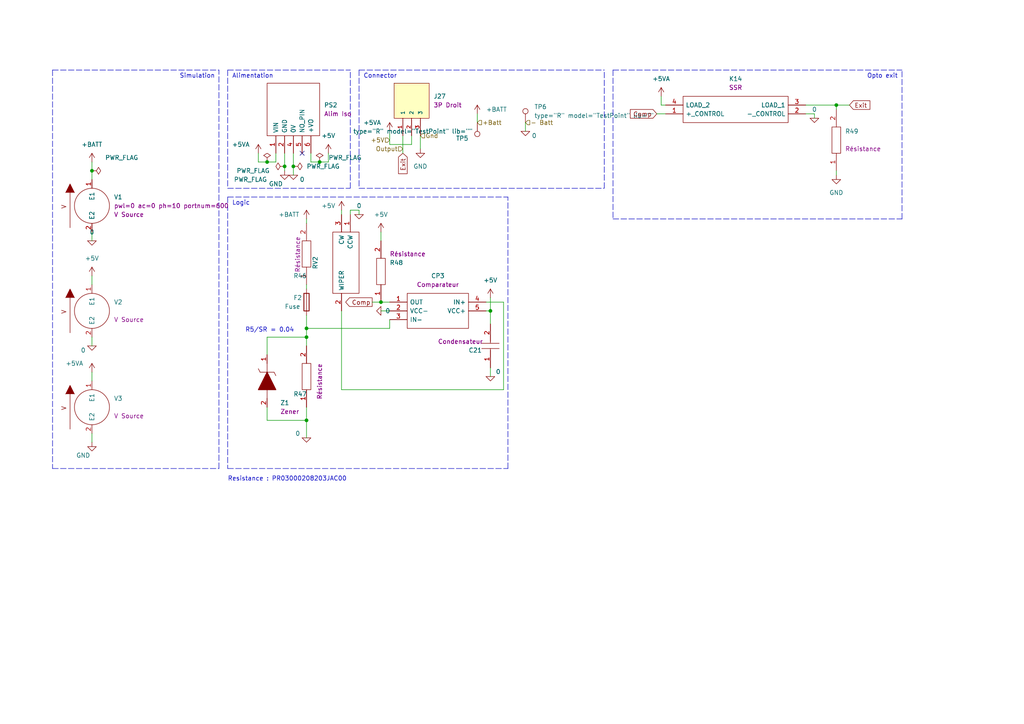
<source format=kicad_sch>
(kicad_sch (version 20211123) (generator eeschema)
  (paper "A4")
  (lib_symbols
    (symbol "Device:Fuse" (pin_numbers hide) (pin_names (offset 0))
      (property "Reference" "F" (at 2.032 0 90))
      (property "Value" "Fuse" (at -1.905 0 90))
      (symbol "Fuse_0_1"
        (rectangle (start -0.762 -2.54) (end 0.762 2.54) (stroke (width 0.254)))
        (polyline (pts (xy 0 2.54) (xy 0 -2.54)))
      )
      (symbol "Fuse_1_1"
        (pin passive line (at 0 3.81 270) (length 1.27) (name "~") (number "1"))
        (pin passive line (at 0 -3.81 90) (length 1.27) (name "~") (number "2"))
      )
    )
    (symbol "EPSA_lib:3P Droit 22-11-2032" (pin_names (offset 1.016))
      (property "Reference" "J" (at 6.35 7.62 0))
      (property "Render Name" "3P Droit" (at 0 6.35 0))
      (symbol "3P Droit 22-11-2032_0_0"
        (rectangle (start -5.08 -5.08) (end 5.08 5.08) (stroke (width 0.1524)) (fill (type background)))
        (pin passive line (at -10.16 2.54 0) (length 5.08) (name "1") (number "1"))
        (pin passive line (at -10.16 0 0) (length 5.08) (name "2") (number "2"))
        (pin passive line (at -10.16 -2.54 0) (length 5.08) (name "3") (number "3"))
      )
    )
    (symbol "EPSA_lib:Alim Iso PDM2-S5-S5-S" (pin_names (offset 0.762))
      (property "Reference" "PS" (at 21.59 6.35 0))
      (property "Render Name" "Alim Iso" (at 12.7 3.81 0))
      (symbol "Alim Iso PDM2-S5-S5-S_0_0"
        (pin passive line (at 0 0 0) (length 5.08) (name "VIN") (number "1"))
        (pin passive line (at 0 -2.54 0) (length 5.08) (name "GND") (number "2"))
        (pin passive line (at 0 -5.08 0) (length 5.08) (name "0V") (number "4"))
        (pin passive line (at 0 -7.62 0) (length 5.08) (name "NO_PIN") (number "5"))
        (pin passive line (at 0 -10.16 0) (length 5.08) (name "+VO") (number "6"))
      )
      (symbol "Alim Iso PDM2-S5-S5-S_0_1"
        (polyline (pts (xy 5.08 2.54) (xy 20.32 2.54) (xy 20.32 -12.7) (xy 5.08 -12.7) (xy 5.08 2.54)) (stroke (width 0.1524)))
      )
    )
    (symbol "EPSA_lib:Comparateur TS391ILT" (pin_names (offset 0.762))
      (property "Reference" "CP" (at 35.56 8.89 0))
      (property "Render Name" "Comparateur" (at 13.97 3.81 0))
      (symbol "Comparateur TS391ILT_0_0"
        (pin passive line (at 0 0 0) (length 5.08) (name "OUT") (number "1"))
        (pin passive line (at 0 -2.54 0) (length 5.08) (name "VCC-") (number "2"))
        (pin passive line (at 0 -5.08 0) (length 5.08) (name "IN-") (number "3"))
        (pin passive line (at 27.94 0 180) (length 5.08) (name "IN+") (number "4"))
        (pin passive line (at 27.94 -2.54 180) (length 5.08) (name "VCC+") (number "5"))
      )
      (symbol "Comparateur TS391ILT_0_1"
        (polyline (pts (xy 5.08 2.54) (xy 22.86 2.54) (xy 22.86 -7.62) (xy 5.08 -7.62) (xy 5.08 2.54)) (stroke (width 0.1524)))
      )
    )
    (symbol "EPSA_lib:Condensateur 0805Y1000104JXT" (pin_names (offset 0.762))
      (property "Reference" "C" (at 20.32 5.08 0))
      (property "Spice_Model" "10" (at 5.08 6.35 0))
      (property "Render Name" "Condensateur" (at 6.35 3.81 0))
      (symbol "Condensateur 0805Y1000104JXT_0_0"
        (pin passive line (at 0 0 0) (length 5.08) (name "~") (number "1"))
        (pin passive line (at 12.7 0 180) (length 5.08) (name "~") (number "2"))
      )
      (symbol "Condensateur 0805Y1000104JXT_0_1"
        (polyline (pts (xy 5.08 0) (xy 5.588 0)) (stroke (width 0.1524)))
        (polyline (pts (xy 5.588 2.54) (xy 5.588 -2.54)) (stroke (width 0.1524)))
        (polyline (pts (xy 7.112 0) (xy 7.62 0)) (stroke (width 0.1524)))
        (polyline (pts (xy 7.112 2.54) (xy 7.112 -2.54)) (stroke (width 0.1524)))
      )
    )
    (symbol "EPSA_lib:Résistance RK73H2BLTDD2152F" (pin_names (offset 0.762))
      (property "Reference" "R" (at 25.4 5.08 0))
      (property "Spice_Model" "10" (at 7.62 5.08 0))
      (property "Render Name" "Résistance" (at 8.89 2.54 0))
      (symbol "Résistance RK73H2BLTDD2152F_0_0"
        (pin passive line (at 0 0 0) (length 5.08) (name "~") (number "1"))
        (pin passive line (at 17.78 0 180) (length 5.08) (name "~") (number "2"))
      )
      (symbol "Résistance RK73H2BLTDD2152F_0_1"
        (polyline (pts (xy 5.08 1.27) (xy 12.7 1.27) (xy 12.7 -1.27) (xy 5.08 -1.27) (xy 5.08 1.27)) (stroke (width 0.1524)))
      )
    )
    (symbol "EPSA_lib:SSR CPC1394GR" (pin_names (offset 0.762))
      (property "Reference" "K" (at 48.26 7.62 0))
      (property "Render Name" "SSR" (at 19.05 3.81 0))
      (symbol "SSR CPC1394GR_0_0"
        (pin passive line (at 0 -2.54 0) (length 5.08) (name "+_CONTROL") (number "1"))
        (pin passive line (at 40.64 -2.54 180) (length 5.08) (name "-_CONTROL") (number "2"))
        (pin passive line (at 40.64 0 180) (length 5.08) (name "LOAD_1") (number "3"))
        (pin passive line (at 0 0 0) (length 5.08) (name "LOAD_2") (number "4"))
      )
      (symbol "SSR CPC1394GR_0_1"
        (polyline (pts (xy 5.08 2.54) (xy 35.56 2.54) (xy 35.56 -5.08) (xy 5.08 -5.08) (xy 5.08 2.54)) (stroke (width 0.1524)))
      )
    )
    (symbol "EPSA_lib:TestPoint" (pin_numbers hide) (pin_names (offset 0.762) hide)
      (property "Reference" "TP" (at 0 6.858 0))
      (property "Value" "TestPoint" (at 0 5.08 0))
      (symbol "TestPoint_0_1"
        (circle (center 0 3.302) (radius 0.762))
      )
      (symbol "TestPoint_1_1"
        (pin passive line (at 0 0 90) (length 2.54) (name "1") (number "1"))
      )
    )
    (symbol "EPSA_lib:VSOURCE" (pin_names (offset 1.016)) (in_bom no) (on_board no)
      (property "Reference" "V" (at 8.89 12.7 0))
      (property "Spice_Model" "dc 5" (at -1.27 12.7 0))
      (property "Render Name" "V Source" (at -1.27 10.16 0))
      (symbol "VSOURCE_0_1"
        (circle (center -1.27 0) (radius 5.08))
        (polyline (pts (xy -7.62 6.35) (xy 2.54 6.35)) (fill (type outline)))
        (polyline (pts (xy 2.54 7.62) (xy 5.08 6.35) (xy 2.54 5.08)) (fill (type outline)))
        (text "V" (at -1.524 8.128 0) (effects (font (size 1.27 1.27))))
      )
      (symbol "VSOURCE_1_1"
        (pin input line (at 6.35 0 180) (length 2.54) (name "E1") (number "1"))
        (pin input line (at -8.89 0 0) (length 2.54) (name "E2") (number "2"))
      )
    )
    (symbol "EPSA_lib:Varystor 3296Y-1-223LF" (pin_names (offset 0.762))
      (property "Reference" "RV" (at 34.29 7.62 0))
      (property "Render Name" "Varystor" (at 13.97 3.81 0))
      (symbol "Varystor 3296Y-1-223LF_0_0"
        (pin passive line (at 27.94 -2.54 180) (length 5.08) (name "CCW") (number "1"))
        (pin passive line (at 0 0 0) (length 5.08) (name "WIPER") (number "2"))
        (pin passive line (at 27.94 0 180) (length 5.08) (name "CW") (number "3"))
      )
      (symbol "Varystor 3296Y-1-223LF_0_1"
        (polyline (pts (xy 5.08 2.54) (xy 22.86 2.54) (xy 22.86 -5.08) (xy 5.08 -5.08) (xy 5.08 2.54)) (stroke (width 0.1524)))
      )
    )
    (symbol "EPSA_lib:Zener TZM5224B-GS08" (pin_names (offset 0.762))
      (property "Reference" "Z" (at 5.08 6.35 0))
      (property "Titre" "Zener" (at 6.35 3.81 0))
      (symbol "Zener TZM5224B-GS08_0_0"
        (pin passive line (at 0 0 0) (length 2.54) (name "~") (number "1"))
        (pin passive line (at 15.24 0 180) (length 2.54) (name "~") (number "2"))
      )
      (symbol "Zener TZM5224B-GS08_0_1"
        (polyline (pts (xy 2.54 0) (xy 5.08 0)) (stroke (width 0.1524)))
        (polyline (pts (xy 4.064 -2.54) (xy 5.08 -2.032)) (stroke (width 0.1524)))
        (polyline (pts (xy 5.08 2.032) (xy 5.08 -2.032)) (stroke (width 0.1524)))
        (polyline (pts (xy 5.08 2.032) (xy 6.096 2.54)) (stroke (width 0.1524)))
        (polyline (pts (xy 12.7 0) (xy 10.16 0)) (stroke (width 0.1524)))
        (polyline (pts (xy 5.08 0) (xy 10.16 2.54) (xy 10.16 -2.54) (xy 5.08 0)) (stroke (width 0.254)) (fill (type outline)))
      )
    )
    (symbol "power:+5V" (power) (pin_names (offset 0))
      (property "Value" "+5V" (at 0 3.556 0))
      (symbol "+5V_0_1"
        (polyline (pts (xy -0.762 1.27) (xy 0 2.54)))
        (polyline (pts (xy 0 0) (xy 0 2.54)))
        (polyline (pts (xy 0 2.54) (xy 0.762 1.27)))
      )
      (symbol "+5V_1_1"
        (pin power_in line (at 0 0 90) (length 0) hide (name "+5V") (number "1"))
      )
    )
    (symbol "power:+5VA" (power) (pin_names (offset 0))
      (property "Value" "+5VA" (at 0 3.556 0))
      (symbol "+5VA_0_1"
        (polyline (pts (xy -0.762 1.27) (xy 0 2.54)))
        (polyline (pts (xy 0 0) (xy 0 2.54)))
        (polyline (pts (xy 0 2.54) (xy 0.762 1.27)))
      )
      (symbol "+5VA_1_1"
        (pin power_in line (at 0 0 90) (length 0) hide (name "+5VA") (number "1"))
      )
    )
    (symbol "power:+BATT" (power) (pin_names (offset 0))
      (property "Value" "+BATT" (at 0 3.556 0))
      (symbol "+BATT_0_1"
        (polyline (pts (xy -0.762 1.27) (xy 0 2.54)))
        (polyline (pts (xy 0 0) (xy 0 2.54)))
        (polyline (pts (xy 0 2.54) (xy 0.762 1.27)))
      )
      (symbol "+BATT_1_1"
        (pin power_in line (at 0 0 90) (length 0) hide (name "+BATT") (number "1"))
      )
    )
    (symbol "power:GND" (power) (pin_names (offset 0))
      (property "Value" "GND" (at 0 -3.81 0))
      (symbol "GND_0_1"
        (polyline (pts (xy 0 0) (xy 0 -1.27) (xy 1.27 -1.27) (xy 0 -2.54) (xy -1.27 -1.27) (xy 0 -1.27)))
      )
      (symbol "GND_1_1"
        (pin power_in line (at 0 0 270) (length 0) hide (name "GND") (number "1"))
      )
    )
    (symbol "power:PWR_FLAG" (power) (pin_numbers hide) (pin_names (offset 0) hide)
      (property "Value" "PWR_FLAG" (at 0 3.81 0))
      (symbol "PWR_FLAG_0_0"
        (pin power_out line (at 0 0 90) (length 0) (name "pwr") (number "1"))
      )
      (symbol "PWR_FLAG_0_1"
        (polyline (pts (xy 0 0) (xy 0 1.27) (xy -1.016 1.905) (xy 0 2.54) (xy 1.016 1.905) (xy 0 1.27)))
      )
    )
    (symbol "pspice:0" (power) (pin_names (offset 0))
      (property "Value" "0" (at 0 -1.778 0))
      (symbol "0_0_1"
        (polyline (pts (xy -1.27 0) (xy 0 -1.27) (xy 1.27 0) (xy -1.27 0)))
      )
      (symbol "0_1_1"
        (pin power_in line (at 0 0 0) (length 0) hide (name "0") (number "1"))
      )
    )
  )
  (junction (at 26.67 49.53))
  (junction (at 110.49 87.63))
  (junction (at 85.09 48.26))
  (junction (at 88.9 121.92))
  (junction (at 142.24 90.17))
  (junction (at 77.47 46.99))
  (junction (at 92.71 46.99))
  (junction (at 88.9 95.25))
  (junction (at 242.57 30.48))
  (junction (at 82.55 48.26))
  (junction (at 88.9 97.79))
  (no_connect (at 87.63 44.45))
  (polyline (pts (xy 66.04 54.61) (xy 101.6 54.61)))
  (wire (pts (xy 113.03 95.25) (xy 113.03 92.71)))
  (polyline (pts (xy 66.04 135.89) (xy 147.32 135.89)))
  (wire (pts (xy 152.4 35.56) (xy 152.4 38.1)))
  (wire (pts (xy 88.9 95.25) (xy 88.9 97.79)))
  (wire (pts (xy 88.9 118.11) (xy 88.9 121.92)))
  (wire (pts (xy 85.09 44.45) (xy 85.09 48.26)))
  (wire (pts (xy 142.24 86.36) (xy 142.24 90.17)))
  (wire (pts (xy 88.9 91.44) (xy 88.9 95.25)))
  (wire (pts (xy 242.57 49.53) (xy 242.57 50.8)))
  (wire (pts (xy 146.05 113.03) (xy 146.05 87.63)))
  (wire (pts (xy 242.57 30.48) (xy 246.38 30.48)))
  (wire (pts (xy 95.25 44.45) (xy 95.25 46.99)))
  (wire (pts (xy 26.67 125.73) (xy 26.67 128.27)))
  (polyline (pts (xy 104.14 20.32) (xy 104.14 54.61)))
  (wire (pts (xy 26.67 97.79) (xy 26.67 100.33)))
  (polyline (pts (xy 177.8 20.32) (xy 177.8 63.5)))
  (wire (pts (xy 26.67 46.99) (xy 26.67 49.53)))
  (polyline (pts (xy 66.04 57.15) (xy 66.04 135.89)))
  (wire (pts (xy 146.05 87.63) (xy 140.97 87.63)))
  (wire (pts (xy 99.06 113.03) (xy 146.05 113.03)))
  (wire (pts (xy 99.06 90.17) (xy 99.06 113.03)))
  (wire (pts (xy 88.9 63.5) (xy 88.9 64.77)))
  (wire (pts (xy 190.5 33.02) (xy 193.04 33.02)))
  (wire (pts (xy 88.9 95.25) (xy 113.03 95.25)))
  (wire (pts (xy 113.03 90.17) (xy 110.49 90.17)))
  (wire (pts (xy 142.24 106.68) (xy 142.24 109.22)))
  (wire (pts (xy 113.03 41.91) (xy 119.38 41.91)))
  (polyline (pts (xy 104.14 20.32) (xy 175.26 20.32)))
  (polyline (pts (xy 15.24 20.32) (xy 15.24 135.89)))
  (polyline (pts (xy 104.14 54.61) (xy 175.26 54.61)))
  (wire (pts (xy 101.6 60.96) (xy 104.14 60.96)))
  (wire (pts (xy 92.71 46.99) (xy 95.25 46.99)))
  (wire (pts (xy 88.9 121.92) (xy 88.9 127)))
  (polyline (pts (xy 63.5 135.89) (xy 63.5 20.32)))
  (wire (pts (xy 82.55 48.26) (xy 82.55 49.53)))
  (wire (pts (xy 142.24 90.17) (xy 142.24 93.98)))
  (wire (pts (xy 110.49 67.31) (xy 110.49 69.85)))
  (polyline (pts (xy 175.26 54.61) (xy 175.26 20.32)))
  (wire (pts (xy 110.49 87.63) (xy 113.03 87.63)))
  (wire (pts (xy 85.09 48.26) (xy 85.09 50.8)))
  (polyline (pts (xy 177.8 20.32) (xy 261.62 20.32)))
  (polyline (pts (xy 101.6 54.61) (xy 101.6 20.32)))
  (wire (pts (xy 80.01 46.99) (xy 80.01 44.45)))
  (wire (pts (xy 233.68 33.02) (xy 236.22 33.02)))
  (wire (pts (xy 74.93 46.99) (xy 77.47 46.99)))
  (polyline (pts (xy 147.32 135.89) (xy 147.32 57.15)))
  (wire (pts (xy 113.03 38.1) (xy 113.03 41.91)))
  (wire (pts (xy 191.77 30.48) (xy 193.04 30.48)))
  (wire (pts (xy 104.14 60.96) (xy 104.14 62.23)))
  (wire (pts (xy 77.47 97.79) (xy 77.47 102.87)))
  (polyline (pts (xy 66.04 20.32) (xy 101.6 20.32)))
  (polyline (pts (xy 66.04 20.32) (xy 66.04 54.61)))
  (wire (pts (xy 101.6 60.96) (xy 101.6 62.23)))
  (wire (pts (xy 88.9 82.55) (xy 88.9 83.82)))
  (wire (pts (xy 26.67 67.31) (xy 26.67 69.85)))
  (wire (pts (xy 90.17 46.99) (xy 92.71 46.99)))
  (wire (pts (xy 233.68 30.48) (xy 242.57 30.48)))
  (wire (pts (xy 140.97 90.17) (xy 142.24 90.17)))
  (polyline (pts (xy 261.62 63.5) (xy 261.62 20.32)))
  (wire (pts (xy 74.93 44.45) (xy 74.93 46.99)))
  (wire (pts (xy 77.47 118.11) (xy 77.47 121.92)))
  (wire (pts (xy 138.43 33.02) (xy 138.43 35.56)))
  (wire (pts (xy 236.22 33.02) (xy 236.22 34.29)))
  (wire (pts (xy 88.9 100.33) (xy 88.9 97.79)))
  (polyline (pts (xy 66.04 57.15) (xy 147.32 57.15)))
  (wire (pts (xy 242.57 31.75) (xy 242.57 30.48)))
  (wire (pts (xy 121.92 39.37) (xy 121.92 43.18)))
  (wire (pts (xy 90.17 44.45) (xy 90.17 46.99)))
  (wire (pts (xy 77.47 97.79) (xy 88.9 97.79)))
  (wire (pts (xy 26.67 49.53) (xy 26.67 52.07)))
  (wire (pts (xy 116.84 39.37) (xy 116.84 44.45)))
  (wire (pts (xy 88.9 121.92) (xy 77.47 121.92)))
  (wire (pts (xy 99.06 60.96) (xy 99.06 62.23)))
  (polyline (pts (xy 15.24 135.89) (xy 63.5 135.89)))
  (wire (pts (xy 82.55 44.45) (xy 82.55 48.26)))
  (wire (pts (xy 119.38 41.91) (xy 119.38 39.37)))
  (polyline (pts (xy 15.24 20.32) (xy 63.5 20.32)))
  (wire (pts (xy 191.77 27.94) (xy 191.77 30.48)))
  (wire (pts (xy 77.47 46.99) (xy 80.01 46.99)))
  (wire (pts (xy 107.95 87.63) (xy 110.49 87.63)))
  (wire (pts (xy 26.67 80.01) (xy 26.67 82.55)))
  (polyline (pts (xy 177.8 63.5) (xy 261.62 63.5)))
  (wire (pts (xy 26.67 107.95) (xy 26.67 110.49)))
  (text "Connector" (at 105.41 22.86 0) (effects (font (size 1.27 1.27)) (justify left bottom)))
  (text "R5/SR = 0.04" (at 71.12 96.52 0) (effects (font (size 1.27 1.27)) (justify left bottom)))
  (text "Alimentation" (at 67.31 22.86 0) (effects (font (size 1.27 1.27)) (justify left bottom)))
  (text "Opto exit" (at 251.46 22.86 0) (effects (font (size 1.27 1.27)) (justify left bottom)))
  (text "Simulation" (at 52.07 22.86 0) (effects (font (size 1.27 1.27)) (justify left bottom)))
  (text "Resistance : PR03000208203JAC00" (at 66.04 139.7 0) (effects (font (size 1.27 1.27)) (justify left bottom)))
  (text "Logic " (at 67.31 59.69 0) (effects (font (size 1.27 1.27)) (justify left bottom)))
  (global_label "Exit" (shape input) (at 116.84 44.45 270) (property "Intersheet References" "${INTERSHEET_REFS}" (effects hide)))
  (global_label "Comp" (shape input) (at 190.5 33.02 180) (property "Intersheet References" "${INTERSHEET_REFS}" (effects hide)))
  (global_label "Exit" (shape input) (at 246.38 30.48 0) (property "Intersheet References" "${INTERSHEET_REFS}" (effects hide)))
  (global_label "Comp" (shape output) (at 107.95 87.63 180) (property "Intersheet References" "${INTERSHEET_REFS}" (effects hide)))
  (hierarchical_label "Gnd" (shape input) (at 121.92 39.37 0))
  (hierarchical_label "Output" (shape input) (at 116.84 43.18 180))
  (hierarchical_label "- Batt" (shape input) (at 152.4 35.56 0))
  (hierarchical_label "+5V" (shape input) (at 113.03 40.64 180))
  (hierarchical_label "+Batt" (shape input) (at 138.43 35.56 0))
  (symbol (lib_id "EPSA_lib:VSOURCE") (at 26.67 116.84 90) (unit 1) (in_bom no) (on_board no)
    (property "Reference" "V3" (at 33.02 115.5699 90) (effects (justify right)))
    (property "Value" "VSOURCE" (effects hide))
    (property "Spice_Primitive" "V" (effects hide))
    (property "Spice_Model" "dc 5" (at 33.02 118.1099 90) (effects (justify right)))
    (property "Spice_Netlist_Enabled" "Y" (effects hide))
    (property "Render Name" "V Source" (at 33.02 120.6499 90) (effects (justify right)))
  )
  (symbol (lib_id "power:PWR_FLAG") (at 26.67 49.53 270) (unit 1)
    (property "Reference" "#FLG03" (effects hide))
    (property "Value" "PWR_FLAG" (at 30.48 45.72 90) (effects (justify left)))
  )
  (symbol (lib_id "EPSA_lib:Condensateur 0805Y1000104JXT") (at 142.24 106.68 90) (unit 1)
    (property "Reference" "C21" (at 135.89 101.6 90) (effects (justify right)))
    (property "Value" "Condensateur 0805Y1000104JXT" (effects hide))
    (property "Footprint" "EPSA_lib:CAPC2012X130N" (effects hide))
    (property "Datasheet" "http://docs-europe.electrocomponents.com/webdocs/119d/0900766b8119d7bc.pdf" (effects hide))
    (property "Description" "Syfer 0805 Ceramic Chip Capacitors" (effects hide))
    (property "Height" "1.3" (effects hide))
    (property "Manufacturer_Name" "Syfer" (effects hide))
    (property "Manufacturer_Part_Number" "0805Y1000104JXT" (effects hide))
    (property "Arrow Part Number" "0805Y1000104JXT" (effects hide))
    (property "Arrow Price/Stock" "https://www.arrow.com/en/products/0805y1000104jxt/syfer-technology?region=europe" (effects hide))
    (property "Spice_Primitive" "C" (effects hide))
    (property "Spice_Model" "10n" (at 134.62 104.14 90) (effects (justify right)))
    (property "Spice_Netlist_Enabled" "N" (effects hide))
    (property "Render Name" "Condensateur" (at 127 99.06 90) (effects (justify right)))
  )
  (symbol (lib_id "EPSA_lib:3P Droit 22-11-2032") (at 119.38 29.21 90) (unit 1)
    (property "Reference" "J27" (at 125.73 27.9399 90) (effects (justify right)))
    (property "Value" "3P Droit 22-11-2032" (effects hide))
    (property "Footprint" "EPSA_lib:MOLEX_22-11-2032" (effects hide))
    (property "STANDARD" "Manufacturer recommendations" (effects hide))
    (property "PARTREV" "BD8" (effects hide))
    (property "MAXIMUM_PACKAGE_HEIGHT" "10.66mm" (effects hide))
    (property "MANUFACTURER" "Molex" (effects hide))
    (property "Spice_Primitive" "J" (effects hide))
    (property "Spice_Model" "22-11-2032" (effects hide))
    (property "Spice_Netlist_Enabled" "N" (effects hide))
    (property "Render Name" "3P Droit" (at 125.73 30.4799 90) (effects (justify right)))
  )
  (symbol (lib_id "pspice:0") (at 104.14 62.23 0) (unit 1)
    (property "Reference" "#GND042" (effects hide))
    (property "Value" "0" (at 104.14 59.69 0))
  )
  (symbol (lib_id "power:+5VA") (at 113.03 38.1 0) (unit 1)
    (property "Reference" "#PWR082" (effects hide))
    (property "Value" "+5VA" (at 107.95 35.56 0))
  )
  (symbol (lib_id "pspice:0") (at 142.24 109.22 0) (unit 1)
    (property "Reference" "#GND044" (effects hide))
    (property "Value" "0" (at 144.4942 107.8231 0))
  )
  (symbol (lib_id "power:+5V") (at 95.25 44.45 0) (unit 1)
    (property "Reference" "#PWR079" (effects hide))
    (property "Value" "+5V" (at 95.25 39.37 0))
  )
  (symbol (lib_id "EPSA_lib:Zener TZM5224B-GS08") (at 77.47 102.87 270) (unit 1)
    (property "Reference" "Z1" (at 81.28 116.8399 90) (effects (justify left)))
    (property "Value" "Zener TZM5224B-GS08" (effects hide))
    (property "Footprint" "Diode_SMD:D_MiniMELF" (effects hide))
    (property "Datasheet" "https://www.mouser.co.uk/datasheet/2/427/tzm5221-103146.pdf" (effects hide))
    (property "Description" "Vishay TZM5224B-GS08 Zener Diode, 2.8V 5% 500 mW SMT 2-Pin SOD-80" (effects hide))
    (property "Height" "1.6" (effects hide))
    (property "Manufacturer_Name" "Vishay" (effects hide))
    (property "Manufacturer_Part_Number" "TZM5224B-GS08" (effects hide))
    (property "Mouser Part Number" "78-TZM5224B" (effects hide))
    (property "Mouser Price/Stock" "https://www.mouser.co.uk/ProductDetail/Vishay-Semiconductors/TZM5224B-GS08?qs=25SNtymhSqPc9I2zbkn61Q%3D%3D" (effects hide))
    (property "Titre" "Zener" (at 81.28 119.3799 90) (effects (justify left)))
    (property "Spice_Primitive" "X" (effects hide))
    (property "Spice_Model" "DI_BZT52C2V4" (effects hide))
    (property "Spice_Netlist_Enabled" "Y" (effects hide))
    (property "Spice_Lib_File" "${EPSA}\\SpiceModel\\Zener.lib" (effects hide))
    (property "Spice_Node_Sequence" "2 1" (effects hide))
  )
  (symbol (lib_id "EPSA_lib:VSOURCE") (at 26.67 58.42 90) (unit 1) (in_bom no) (on_board no)
    (property "Reference" "V1" (at 33.02 57.1499 90) (effects (justify right)))
    (property "Value" "VSOURCE" (effects hide))
    (property "Spice_Primitive" "V" (effects hide))
    (property "Spice_Model" "pwl(0 0 10 600)" (at 33.02 59.6899 90) (effects (justify right)))
    (property "Spice_Netlist_Enabled" "Y" (effects hide))
    (property "Render Name" "V Source" (at 33.02 62.2299 90) (effects (justify right)))
  )
  (symbol (lib_id "pspice:0") (at 110.49 90.17 270) (unit 1)
    (property "Reference" "#GND043" (effects hide))
    (property "Value" "0" (at 111.76 90.1699 90) (effects (justify left)))
  )
  (symbol (lib_id "EPSA_lib:TestPoint") (at 138.43 35.56 180) (unit 1)
    (property "Reference" "TP5" (at 135.89 40.1321 0) (effects (justify left)))
    (property "Value" "TestPoint" (at 137.16 38.1 0) (effects (justify left)))
    (property "Footprint" "Connector_Wire:SolderWire-2.5sqmm_1x01_D2.4mm_OD3.6mm" (effects hide))
    (property "Spice_Primitive" "R" (effects hide))
    (property "Spice_Netlist_Enabled" "N" (effects hide))
  )
  (symbol (lib_id "Device:Fuse") (at 88.9 87.63 0) (unit 1)
    (property "Reference" "F2" (at 85.09 86.36 0) (effects (justify left)))
    (property "Value" "Fuse" (at 82.55 88.9 0) (effects (justify left)))
    (property "Footprint" "EPSA_lib:0PTF0078P" (effects hide))
  )
  (symbol (lib_id "power:+5VA") (at 74.93 44.45 0) (unit 1)
    (property "Reference" "#PWR076" (effects hide))
    (property "Value" "+5VA" (at 69.85 41.91 0))
  )
  (symbol (lib_id "power:PWR_FLAG") (at 82.55 48.26 90) (unit 1)
    (property "Reference" "#FLG05" (effects hide))
    (property "Value" "PWR_FLAG" (at 77.47 52.07 90) (effects (justify left)))
  )
  (symbol (lib_id "EPSA_lib:Résistance RK73H2BLTDD2152F") (at 110.49 87.63 90) (unit 1)
    (property "Reference" "R48" (at 113.03 76.1999 90) (effects (justify right)))
    (property "Value" "Résistance RK73H2BLTDD2152F" (effects hide))
    (property "Footprint" "EPSA_lib:RESC3216X70N" (effects hide))
    (property "Datasheet" "http://www.koaspeer.com/catimages/Products/RK73H/RK73H.pdf" (effects hide))
    (property "Description" "Thick Film Resistors - SMD" (effects hide))
    (property "Height" "0.7" (effects hide))
    (property "Manufacturer_Name" "KOA Speer" (effects hide))
    (property "Manufacturer_Part_Number" "RK73H2BLTDD2152F" (effects hide))
    (property "Mouser Part Number" "N/A" (effects hide))
    (property "Mouser Price/Stock" "https://www.mouser.co.uk/ProductDetail/KOA-Speer/RK73H2BLTDD2152F?qs=WeIALVmW3zmyxMFsjVzMRw%3D%3D" (effects hide))
    (property "Spice_Primitive" "R" (effects hide))
    (property "Spice_Model" "2k6" (at 113.03 78.7399 90) (effects (justify right)))
    (property "Spice_Netlist_Enabled" "Y" (effects hide))
    (property "Render Name" "Résistance" (at 113.03 73.66 90) (effects (justify right)))
  )
  (symbol (lib_id "power:+5V") (at 26.67 80.01 0) (unit 1)
    (property "Reference" "#PWR073" (effects hide))
    (property "Value" "+5V" (at 26.67 74.93 0))
  )
  (symbol (lib_id "power:+BATT") (at 26.67 46.99 0) (unit 1)
    (property "Reference" "#PWR072" (effects hide))
    (property "Value" "+BATT" (at 26.67 41.91 0))
  )
  (symbol (lib_id "pspice:0") (at 152.4 38.1 0) (unit 1)
    (property "Reference" "#GND045" (effects hide))
    (property "Value" "0" (at 154.94 39.37 0))
  )
  (symbol (lib_id "pspice:0") (at 88.9 127 0) (unit 1)
    (property "Reference" "#GND041" (effects hide))
    (property "Value" "0" (at 86.36 125.73 0))
  )
  (symbol (lib_id "power:GND") (at 121.92 43.18 0) (unit 1)
    (property "Reference" "#PWR083" (effects hide))
    (property "Value" "GND" (at 121.92 48.26 0))
  )
  (symbol (lib_id "power:PWR_FLAG") (at 77.47 46.99 0) (unit 1)
    (property "Reference" "#FLG04" (effects hide))
    (property "Value" "PWR_FLAG" (at 68.58 49.53 0) (effects (justify left)))
  )
  (symbol (lib_id "pspice:0") (at 26.67 69.85 0) (unit 1)
    (property "Reference" "#GND038" (effects hide))
    (property "Value" "0" (at 26.67 67.31 0))
  )
  (symbol (lib_id "power:+BATT") (at 138.43 33.02 0) (unit 1)
    (property "Reference" "#PWR084" (effects hide))
    (property "Value" "+BATT" (at 140.97 31.7499 0) (effects (justify left)))
  )
  (symbol (lib_id "EPSA_lib:Alim Iso PDM2-S5-S5-S") (at 80.01 44.45 90) (unit 1)
    (property "Reference" "PS2" (at 93.98 30.4799 90) (effects (justify right)))
    (property "Value" "Alim Iso PDM2-S5-S5-S" (effects hide))
    (property "Footprint" "EPSA_lib:PDM2S5S5S" (effects hide))
    (property "Datasheet" "https://datasheet.datasheetarchive.com/originals/distributors/Datasheets-SFU1/DSASFU10006714.pdf" (effects hide))
    (property "Description" "Isolated DC/DC Converters Isolated Board Mount DC-DC Cnvrt 5vdc 2W" (effects hide))
    (property "Height" "10.41" (effects hide))
    (property "Manufacturer_Name" "CUI Inc." (effects hide))
    (property "Manufacturer_Part_Number" "PDM2-S5-S5-S" (effects hide))
    (property "Mouser Part Number" "490-PDM2-S5-S5-S" (effects hide))
    (property "Mouser Price/Stock" "https://www.mouser.co.uk/ProductDetail/CUI-Inc/PDM2-S5-S5-S?qs=WyjlAZoYn51BO%2Fgga81j2w%3D%3D" (effects hide))
    (property "Spice_Primitive" "R" (effects hide))
    (property "Spice_Netlist_Enabled" "N" (effects hide))
    (property "Spice_Model" "Alim Iso PDM2-S5-S5-S" (effects hide))
    (property "Render Name" "Alim Iso" (at 93.98 33.0199 90) (effects (justify right)))
  )
  (symbol (lib_id "power:GND") (at 26.67 128.27 0) (unit 1)
    (property "Reference" "#PWR075" (effects hide))
    (property "Value" "GND" (at 24.13 132.08 0))
  )
  (symbol (lib_id "power:+5V") (at 110.49 67.31 0) (unit 1)
    (property "Reference" "#PWR081" (effects hide))
    (property "Value" "+5V" (at 110.49 62.23 0))
  )
  (symbol (lib_id "EPSA_lib:VSOURCE") (at 26.67 88.9 90) (unit 1) (in_bom no) (on_board no)
    (property "Reference" "V2" (at 33.02 87.6299 90) (effects (justify right)))
    (property "Value" "VSOURCE" (effects hide))
    (property "Spice_Primitive" "V" (effects hide))
    (property "Spice_Model" "dc 5" (at 33.02 90.1699 90) (effects (justify right)))
    (property "Spice_Netlist_Enabled" "Y" (effects hide))
    (property "Render Name" "V Source" (at 33.02 92.7099 90) (effects (justify right)))
  )
  (symbol (lib_id "EPSA_lib:Résistance RK73H2BLTDD2152F") (at 88.9 82.55 90) (unit 1)
    (property "Reference" "R46" (at 85.09 80.01 90) (effects (justify right)))
    (property "Value" "Résistance RK73H2BLTDD2152F" (effects hide))
    (property "Footprint" "Resistor_THT:R_Axial_DIN0617_L17.0mm_D6.0mm_P20.32mm_Horizontal" (effects hide))
    (property "Datasheet" "http://www.koaspeer.com/catimages/Products/RK73H/RK73H.pdf" (effects hide))
    (property "Description" "Thick Film Resistors - SMD" (effects hide))
    (property "Height" "0.7" (effects hide))
    (property "Manufacturer_Name" "KOA Speer" (effects hide))
    (property "Manufacturer_Part_Number" "RK73H2BLTDD2152F" (effects hide))
    (property "Mouser Part Number" "N/A" (effects hide))
    (property "Mouser Price/Stock" "https://www.mouser.co.uk/ProductDetail/KOA-Speer/RK73H2BLTDD2152F?qs=WeIALVmW3zmyxMFsjVzMRw%3D%3D" (effects hide))
    (property "Spice_Primitive" "R" (effects hide))
    (property "Spice_Model" "820k" (at 88.7507 71.6803 0) (effects (justify right)))
    (property "Spice_Netlist_Enabled" "Y" (effects hide))
    (property "Render Name" "Résistance" (at 86.36 68.58 0) (effects (justify right)))
  )
  (symbol (lib_id "power:GND") (at 82.55 49.53 0) (unit 1)
    (property "Reference" "#PWR077" (effects hide))
    (property "Value" "GND" (at 80.01 53.34 0))
  )
  (symbol (lib_id "power:PWR_FLAG") (at 85.09 48.26 270) (unit 1)
    (property "Reference" "#FLG06" (effects hide))
    (property "Value" "PWR_FLAG" (at 88.9 48.2599 90) (effects (justify left)))
  )
  (symbol (lib_id "pspice:0") (at 236.22 34.29 0) (unit 1)
    (property "Reference" "#GND046" (effects hide))
    (property "Value" "0" (at 236.22 31.75 0))
  )
  (symbol (lib_id "EPSA_lib:Résistance RK73H2BLTDD2152F") (at 88.9 118.11 90) (unit 1)
    (property "Reference" "R47" (at 85.09 114.3 90) (effects (justify right)))
    (property "Value" "Résistance RK73H2BLTDD2152F" (effects hide))
    (property "Footprint" "EPSA_lib:RESC3216X70N" (effects hide))
    (property "Datasheet" "http://www.koaspeer.com/catimages/Products/RK73H/RK73H.pdf" (effects hide))
    (property "Description" "Thick Film Resistors - SMD" (effects hide))
    (property "Height" "0.7" (effects hide))
    (property "Manufacturer_Name" "KOA Speer" (effects hide))
    (property "Manufacturer_Part_Number" "RK73H2BLTDD2152F" (effects hide))
    (property "Mouser Part Number" "N/A" (effects hide))
    (property "Mouser Price/Stock" "https://www.mouser.co.uk/ProductDetail/KOA-Speer/RK73H2BLTDD2152F?qs=WeIALVmW3zmyxMFsjVzMRw%3D%3D" (effects hide))
    (property "Spice_Primitive" "R" (effects hide))
    (property "Spice_Model" "32k" (at 91.44 102.87 90) (effects (justify right)))
    (property "Spice_Netlist_Enabled" "Y" (effects hide))
    (property "Render Name" "Résistance" (at 92.71 105.41 0) (effects (justify right)))
  )
  (symbol (lib_id "power:+BATT") (at 88.9 63.5 0) (unit 1)
    (property "Reference" "#PWR078" (effects hide))
    (property "Value" "+BATT" (at 83.82 62.23 0))
  )
  (symbol (lib_id "power:PWR_FLAG") (at 92.71 46.99 0) (unit 1)
    (property "Reference" "#FLG07" (effects hide))
    (property "Value" "PWR_FLAG" (at 95.25 45.7199 0) (effects (justify left)))
  )
  (symbol (lib_id "EPSA_lib:SSR CPC1394GR") (at 193.04 30.48 0) (unit 1)
    (property "Reference" "K14" (at 213.36 22.86 0))
    (property "Value" "SSR CPC1394GR" (effects hide))
    (property "Footprint" "EPSA_lib:CPC1394GR" (effects hide))
    (property "Datasheet" "https://componentsearchengine.com/Datasheets/1/CPC1394GR.pdf" (effects hide))
    (property "Description" "SPST-NO Solid State Relay Solder 120 mA rms/mA dc Surface Mount, DC MOSFET" (effects hide))
    (property "Height" "3.556" (effects hide))
    (property "Manufacturer_Name" "LITTELFUSE" (effects hide))
    (property "Manufacturer_Part_Number" "CPC1394GR" (effects hide))
    (property "Mouser Part Number" "849-CPC1394GR" (effects hide))
    (property "Mouser Price/Stock" "https://www.mouser.co.uk/ProductDetail/IXYS-Integrated-Circuits/CPC1394GR?qs=8uBHJDVwVqyTG8bzDwZMmA%3D%3D" (effects hide))
    (property "Spice_Primitive" "X" (effects hide))
    (property "Spice_Model" "SWITCH" (effects hide))
    (property "Spice_Netlist_Enabled" "Y" (effects hide))
    (property "Spice_Lib_File" "${EPSA}\\SpiceModel\\SSR.lib" (effects hide))
    (property "Render Name" "SSR" (at 213.36 25.4 0))
  )
  (symbol (lib_id "pspice:0") (at 85.09 50.8 0) (unit 1)
    (property "Reference" "#GND040" (effects hide))
    (property "Value" "0" (at 87.63 52.07 0))
  )
  (symbol (lib_id "power:+5VA") (at 191.77 27.94 0) (unit 1)
    (property "Reference" "#PWR086" (effects hide))
    (property "Value" "+5VA" (at 191.77 22.86 0))
  )
  (symbol (lib_id "pspice:0") (at 26.67 100.33 0) (unit 1)
    (property "Reference" "#GND039" (effects hide))
    (property "Value" "0" (at 24.13 101.6 0))
  )
  (symbol (lib_id "power:GND") (at 242.57 50.8 0) (unit 1)
    (property "Reference" "#PWR087" (effects hide))
    (property "Value" "GND" (at 242.57 55.88 0))
  )
  (symbol (lib_id "EPSA_lib:TestPoint") (at 152.4 35.56 0) (unit 1)
    (property "Reference" "TP6" (at 154.94 30.9879 0) (effects (justify left)))
    (property "Value" "TestPoint" (at 154.94 33.5279 0) (effects (justify left)))
    (property "Footprint" "Connector_Wire:SolderWire-2.5sqmm_1x01_D2.4mm_OD3.6mm" (effects hide))
    (property "Spice_Primitive" "R" (effects hide))
    (property "Spice_Netlist_Enabled" "N" (effects hide))
  )
  (symbol (lib_id "power:+5V") (at 99.06 60.96 0) (unit 1)
    (property "Reference" "#PWR080" (effects hide))
    (property "Value" "+5V" (at 95.25 59.69 0))
  )
  (symbol (lib_id "EPSA_lib:Comparateur TS391ILT") (at 113.03 87.63 0) (unit 1)
    (property "Reference" "CP3" (at 127 80.01 0))
    (property "Value" "Comparateur TS391ILT" (effects hide))
    (property "Footprint" "EPSA_lib:SOT95P280X145-5N" (effects hide))
    (property "Datasheet" "http://www.st.com/st-web-ui/static/active/en/resource/technical/document/datasheet/CD00001660.pdf" (effects hide))
    (property "Description" "TS391ILT, Comparator Open Collector 0.3us 12 V, 15 V, 18 V, 24 V, 28 V, 3 V, 5 V, 9 V 5-Pin SOT-23" (effects hide))
    (property "Height" "1.45" (effects hide))
    (property "Manufacturer_Name" "STMicroelectronics" (effects hide))
    (property "Manufacturer_Part_Number" "TS391ILT" (effects hide))
    (property "Mouser Part Number" "511-TS391IL" (effects hide))
    (property "Mouser Price/Stock" "https://www.mouser.co.uk/ProductDetail/STMicroelectronics/TS391ILT?qs=P8h1tZw8GcB9GWR61XM17g%3D%3D" (effects hide))
    (property "Arrow Part Number" "TS391ILT" (effects hide))
    (property "Arrow Price/Stock" "https://www.arrow.com/en/products/ts391ilt/stmicroelectronics?region=europe" (effects hide))
    (property "Spice_Primitive" "X" (effects hide))
    (property "Spice_Model" "TS391" (effects hide))
    (property "Spice_Netlist_Enabled" "Y" (effects hide))
    (property "Spice_Node_Sequence" "4,3,5,2,1" (effects hide))
    (property "Spice_Lib_File" "${EPSA}\\SpiceModel\\C_ts391.lib" (effects hide))
    (property "Render Name" "Comparateur" (at 127 82.55 0))
  )
  (symbol (lib_id "power:+5VA") (at 26.67 107.95 0) (unit 1)
    (property "Reference" "#PWR074" (effects hide))
    (property "Value" "+5VA" (at 21.59 105.41 0))
  )
  (symbol (lib_id "power:+5V") (at 142.24 86.36 0) (unit 1)
    (property "Reference" "#PWR085" (effects hide))
    (property "Value" "+5V" (at 142.24 81.28 0))
  )
  (symbol (lib_id "EPSA_lib:Varystor 3296Y-1-223LF") (at 99.06 90.17 90) (unit 1)
    (property "Reference" "RV2" (at 91.44 76.2 0))
    (property "Value" "Varystor 3296Y-1-223LF" (effects hide))
    (property "Footprint" "EPSA_lib:3296Y1223LF" (effects hide))
    (property "Datasheet" "https://www.bourns.com/docs/Product-Datasheets/3296.pdf" (effects hide))
    (property "Description" "Bourns 3296Y Series 25-Turn Through Hole Cermet Trimmer Resistor with Solder Pin Terminations, 22k +/-10% 0.5W +/-100ppm/C" (effects hide))
    (property "Height" "11.8" (effects hide))
    (property "Manufacturer_Name" "Bourns" (effects hide))
    (property "Manufacturer_Part_Number" "3296Y-1-223LF" (effects hide))
    (property "Mouser Part Number" "652-3296Y-1-223LF" (effects hide))
    (property "Mouser Price/Stock" "https://www.mouser.co.uk/ProductDetail/Bourns/3296Y-1-223LF?qs=RUdTbCszRyG%2Fz0rQkQfbLg%3D%3D" (effects hide))
    (property "Arrow Part Number" "3296Y-1-223LF" (effects hide))
    (property "Arrow Price/Stock" "https://www.arrow.com/en/products/3296y-1-223lf/bourns" (effects hide))
    (property "Spice_Primitive" "X" (effects hide))
    (property "Spice_Model" "VARYSTOR Rtot=20k Part=0.41" (at 93.98 90.17 0) (effects (justify left)))
    (property "Spice_Netlist_Enabled" "Y" (effects hide))
    (property "Spice_Lib_File" "${EPSA}\\SpiceModel\\VARYSTOR.lib" (effects hide))
    (property "Render Name" "Varystor" (effects hide))
  )
  (symbol (lib_id "EPSA_lib:Résistance RK73H2BLTDD2152F") (at 242.57 49.53 90) (unit 1)
    (property "Reference" "R49" (at 245.11 38.0999 90) (effects (justify right)))
    (property "Value" "Résistance RK73H2BLTDD2152F" (effects hide))
    (property "Footprint" "EPSA_lib:RESC3216X70N" (effects hide))
    (property "Datasheet" "http://www.koaspeer.com/catimages/Products/RK73H/RK73H.pdf" (effects hide))
    (property "Description" "Thick Film Resistors - SMD" (effects hide))
    (property "Height" "0.7" (effects hide))
    (property "Manufacturer_Name" "KOA Speer" (effects hide))
    (property "Manufacturer_Part_Number" "RK73H2BLTDD2152F" (effects hide))
    (property "Mouser Part Number" "N/A" (effects hide))
    (property "Mouser Price/Stock" "https://www.mouser.co.uk/ProductDetail/KOA-Speer/RK73H2BLTDD2152F?qs=WeIALVmW3zmyxMFsjVzMRw%3D%3D" (effects hide))
    (property "Spice_Primitive" "R" (effects hide))
    (property "Spice_Model" "2k" (at 245.11 40.6399 90) (effects (justify right)))
    (property "Spice_Netlist_Enabled" "Y" (effects hide))
    (property "Render Name" "Résistance" (at 245.11 43.1799 90) (effects (justify right)))
  )
)
</source>
